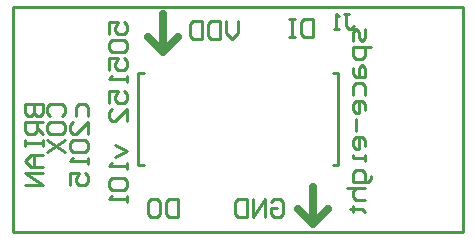
<source format=gbo>
%FSLAX25Y25*%
%MOIN*%
G70*
G01*
G75*
G04 Layer_Color=33789*
%ADD10R,0.08000X0.05000*%
%ADD11R,0.05906X0.03937*%
%ADD12C,0.02500*%
%ADD13C,0.16500*%
%ADD14C,0.04000*%
%ADD15R,0.12205X0.17716*%
%ADD16C,0.01000*%
D12*
X550000Y585000D02*
X555000Y590000D01*
X545000D02*
X550000Y585000D01*
Y597500D01*
X600000Y527500D02*
X605000Y532500D01*
X595000D02*
X600000Y527500D01*
Y540000D01*
D16*
X606574Y577859D02*
X608542D01*
Y547347D02*
Y577859D01*
X606574Y547347D02*
X608542D01*
X541613Y577859D02*
X543582D01*
X541613Y547347D02*
Y577859D01*
Y547347D02*
X543582D01*
X500000Y525000D02*
Y600000D01*
Y525000D02*
X650000D01*
Y600000D01*
X500000D02*
X650000D01*
X610293Y597649D02*
X611959D01*
X611126D01*
Y593484D01*
X611959Y592651D01*
X612792D01*
X613625Y593484D01*
X608627Y592651D02*
X606960D01*
X607794D01*
Y597649D01*
X608627Y596816D01*
X512502Y563501D02*
X511502Y564501D01*
Y566500D01*
X512502Y567500D01*
X516500D01*
X517500Y566500D01*
Y564501D01*
X516500Y563501D01*
X511502Y558503D02*
Y560502D01*
X512502Y561502D01*
X516500D01*
X517500Y560502D01*
Y558503D01*
X516500Y557503D01*
X512502D01*
X511502Y558503D01*
Y555504D02*
X517500Y551505D01*
X511502D02*
X517500Y555504D01*
X532110Y590770D02*
Y594768D01*
X535109D01*
X534110Y592769D01*
Y591769D01*
X535109Y590770D01*
X537109D01*
X538108Y591769D01*
Y593769D01*
X537109Y594768D01*
X533110Y588770D02*
X532110Y587771D01*
Y585771D01*
X533110Y584772D01*
X537109D01*
X538108Y585771D01*
Y587771D01*
X537109Y588770D01*
X533110D01*
X532110Y578774D02*
Y582772D01*
X535109D01*
X534110Y580773D01*
Y579773D01*
X535109Y578774D01*
X537109D01*
X538108Y579773D01*
Y581773D01*
X537109Y582772D01*
X538108Y576774D02*
Y574775D01*
Y575775D01*
X532110D01*
X533110Y576774D01*
X532110Y567777D02*
Y571776D01*
X535109D01*
X534110Y569776D01*
Y568777D01*
X535109Y567777D01*
X537109D01*
X538108Y568777D01*
Y570776D01*
X537109Y571776D01*
X538108Y561779D02*
Y565778D01*
X534110Y561779D01*
X533110D01*
X532110Y562779D01*
Y564778D01*
X533110Y565778D01*
X534110Y553782D02*
X538108Y551782D01*
X534110Y549783D01*
X538108Y547784D02*
Y545784D01*
Y546784D01*
X532110D01*
X533110Y547784D01*
Y542785D02*
X532110Y541786D01*
Y539786D01*
X533110Y538787D01*
X537109D01*
X538108Y539786D01*
Y541786D01*
X537109Y542785D01*
X533110D01*
X538108Y536787D02*
Y534788D01*
Y535787D01*
X532110D01*
X533110Y536787D01*
X521001Y563501D02*
Y566500D01*
X522001Y567500D01*
X524000D01*
X525000Y566500D01*
Y563501D01*
Y557503D02*
Y561502D01*
X521001Y557503D01*
X520002D01*
X519002Y558503D01*
Y560502D01*
X520002Y561502D01*
Y555504D02*
X519002Y554504D01*
Y552505D01*
X520002Y551505D01*
X524000D01*
X525000Y552505D01*
Y554504D01*
X524000Y555504D01*
X520002D01*
X525000Y549506D02*
Y547507D01*
Y548506D01*
X519002D01*
X520002Y549506D01*
X519002Y540509D02*
Y544507D01*
X522001D01*
X521001Y542508D01*
Y541508D01*
X522001Y540509D01*
X524000D01*
X525000Y541508D01*
Y543508D01*
X524000Y544507D01*
X617500Y592500D02*
Y589501D01*
X616500Y588501D01*
X615501Y589501D01*
Y591500D01*
X614501Y592500D01*
X613501Y591500D01*
Y588501D01*
X619499Y586502D02*
X613501D01*
Y583503D01*
X614501Y582503D01*
X616500D01*
X617500Y583503D01*
Y586502D01*
X613501Y579504D02*
Y577505D01*
X614501Y576505D01*
X617500D01*
Y579504D01*
X616500Y580504D01*
X615501Y579504D01*
Y576505D01*
X613501Y570507D02*
Y573506D01*
X614501Y574506D01*
X616500D01*
X617500Y573506D01*
Y570507D01*
Y565509D02*
Y567508D01*
X616500Y568508D01*
X614501D01*
X613501Y567508D01*
Y565509D01*
X614501Y564509D01*
X615501D01*
Y568508D01*
X614501Y562510D02*
Y558511D01*
X617500Y553513D02*
Y555512D01*
X616500Y556512D01*
X614501D01*
X613501Y555512D01*
Y553513D01*
X614501Y552513D01*
X615501D01*
Y556512D01*
X617500Y550514D02*
Y548514D01*
Y549514D01*
X613501D01*
Y550514D01*
X619499Y543516D02*
Y542516D01*
X618500Y541516D01*
X613501D01*
Y544516D01*
X614501Y545515D01*
X616500D01*
X617500Y544516D01*
Y541516D01*
X611502Y539517D02*
X617500D01*
X614501D01*
X613501Y538518D01*
Y536518D01*
X614501Y535518D01*
X617500D01*
X612502Y532519D02*
X613501D01*
Y533519D01*
Y531520D01*
Y532519D01*
X616500D01*
X617500Y531520D01*
X504002Y567500D02*
X510000D01*
Y564501D01*
X509000Y563501D01*
X508001D01*
X507001Y564501D01*
Y567500D01*
Y564501D01*
X506001Y563501D01*
X505002D01*
X504002Y564501D01*
Y567500D01*
X510000Y561502D02*
X504002D01*
Y558503D01*
X505002Y557503D01*
X507001D01*
X508001Y558503D01*
Y561502D01*
Y559503D02*
X510000Y557503D01*
X504002Y555504D02*
Y553505D01*
Y554504D01*
X510000D01*
Y555504D01*
Y553505D01*
Y550505D02*
X506001D01*
X504002Y548506D01*
X506001Y546507D01*
X510000D01*
X507001D01*
Y550505D01*
X510000Y544507D02*
X504002D01*
X510000Y540509D01*
X504002D01*
X586001Y534998D02*
X587001Y535998D01*
X589000D01*
X590000Y534998D01*
Y531000D01*
X589000Y530000D01*
X587001D01*
X586001Y531000D01*
Y532999D01*
X588001D01*
X584002Y530000D02*
Y535998D01*
X580003Y530000D01*
Y535998D01*
X578004D02*
Y530000D01*
X575005D01*
X574005Y531000D01*
Y534998D01*
X575005Y535998D01*
X578004D01*
X600000Y595998D02*
Y590000D01*
X597001D01*
X596001Y591000D01*
Y594998D01*
X597001Y595998D01*
X600000D01*
X594002D02*
X592003D01*
X593002D01*
Y590000D01*
X594002D01*
X592003D01*
X575000Y595398D02*
Y591399D01*
X573001Y589400D01*
X571001Y591399D01*
Y595398D01*
X569002D02*
Y589400D01*
X566003D01*
X565003Y590400D01*
Y594398D01*
X566003Y595398D01*
X569002D01*
X563004D02*
Y589400D01*
X560005D01*
X559005Y590400D01*
Y594398D01*
X560005Y595398D01*
X563004D01*
X555000Y535998D02*
Y530000D01*
X552001D01*
X551001Y531000D01*
Y534998D01*
X552001Y535998D01*
X555000D01*
X546003D02*
X548002D01*
X549002Y534998D01*
Y531000D01*
X548002Y530000D01*
X546003D01*
X545003Y531000D01*
Y534998D01*
X546003Y535998D01*
M02*

</source>
